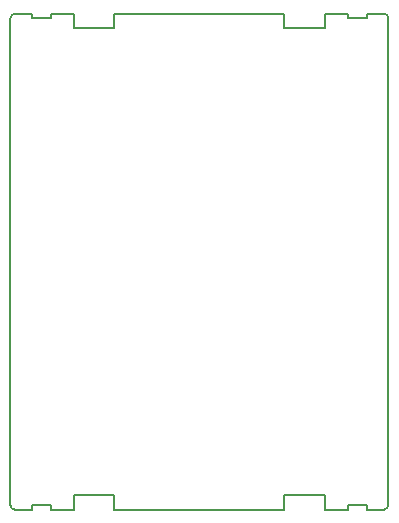
<source format=gm1>
G04 #@! TF.GenerationSoftware,KiCad,Pcbnew,(5.1.9)-1*
G04 #@! TF.CreationDate,2023-02-02T22:46:09+01:00*
G04 #@! TF.ProjectId,Leds,4c656473-2e6b-4696-9361-645f70636258,rev?*
G04 #@! TF.SameCoordinates,PXd59f80PYd59f80*
G04 #@! TF.FileFunction,Profile,NP*
%FSLAX46Y46*%
G04 Gerber Fmt 4.6, Leading zero omitted, Abs format (unit mm)*
G04 Created by KiCad (PCBNEW (5.1.9)-1) date 2023-02-02 22:46:09*
%MOMM*%
%LPD*%
G01*
G04 APERTURE LIST*
G04 #@! TA.AperFunction,Profile*
%ADD10C,0.150000*%
G04 #@! TD*
G04 APERTURE END LIST*
D10*
X28600000Y-41600000D02*
X28600000Y-42000000D01*
X5400000Y-40800000D02*
X8800000Y-40800000D01*
X23200000Y-42000000D02*
X23200000Y-40800000D01*
X28600000Y-42000000D02*
X26600000Y-42000000D01*
X23200000Y-40800000D02*
X26600000Y-40800000D01*
X8800000Y-40800000D02*
X8800000Y-42000000D01*
X23200000Y-42000000D02*
X8800000Y-42000000D01*
X26600000Y-40800000D02*
X26600000Y-42000000D01*
X32000000Y-41600000D02*
G75*
G02*
X31600000Y-42000000I-400000J0D01*
G01*
X5400000Y-42000000D02*
X5400000Y-40800000D01*
X5400000Y-42000000D02*
X3400000Y-42000000D01*
X3400000Y-41600000D02*
X3400000Y-42000000D01*
X1800000Y-42000000D02*
X400000Y-42000000D01*
X31600000Y-42000000D02*
X30200000Y-42000000D01*
X1800000Y-41600000D02*
X3400000Y-41600000D01*
X400000Y-42000000D02*
G75*
G02*
X0Y-41600000I0J400000D01*
G01*
X1800000Y-41600000D02*
X1800000Y-42000000D01*
X28600000Y-41600000D02*
X30200000Y-41600000D01*
X30200000Y-41600000D02*
X30200000Y-42000000D01*
X8800000Y0D02*
X23200000Y0D01*
X8800000Y-1200000D02*
X5400000Y-1200000D01*
X5400000Y-1200000D02*
X5400000Y0D01*
X8800000Y0D02*
X8800000Y-1200000D01*
X23200000Y-1200000D02*
X23200000Y0D01*
X26600000Y-1200000D02*
X23200000Y-1200000D01*
X3400000Y0D02*
X5400000Y0D01*
X3400000Y-400000D02*
X3400000Y0D01*
X400000Y0D02*
X1800000Y0D01*
X3400000Y-400000D02*
X1800000Y-400000D01*
X1800000Y-400000D02*
X1800000Y0D01*
X26600000Y0D02*
X28600000Y0D01*
X26600000Y0D02*
X26600000Y-1200000D01*
X30200000Y0D02*
X31600000Y0D01*
X30200000Y-400000D02*
X30200000Y0D01*
X28600000Y-400000D02*
X28600000Y0D01*
X30200000Y-400000D02*
X28600000Y-400000D01*
X0Y-400000D02*
G75*
G02*
X400000Y0I400000J0D01*
G01*
X31600000Y0D02*
G75*
G02*
X32000000Y-400000I0J-400000D01*
G01*
X32000000Y-41600000D02*
X32000000Y-400000D01*
X0Y-41600000D02*
X0Y-400000D01*
M02*

</source>
